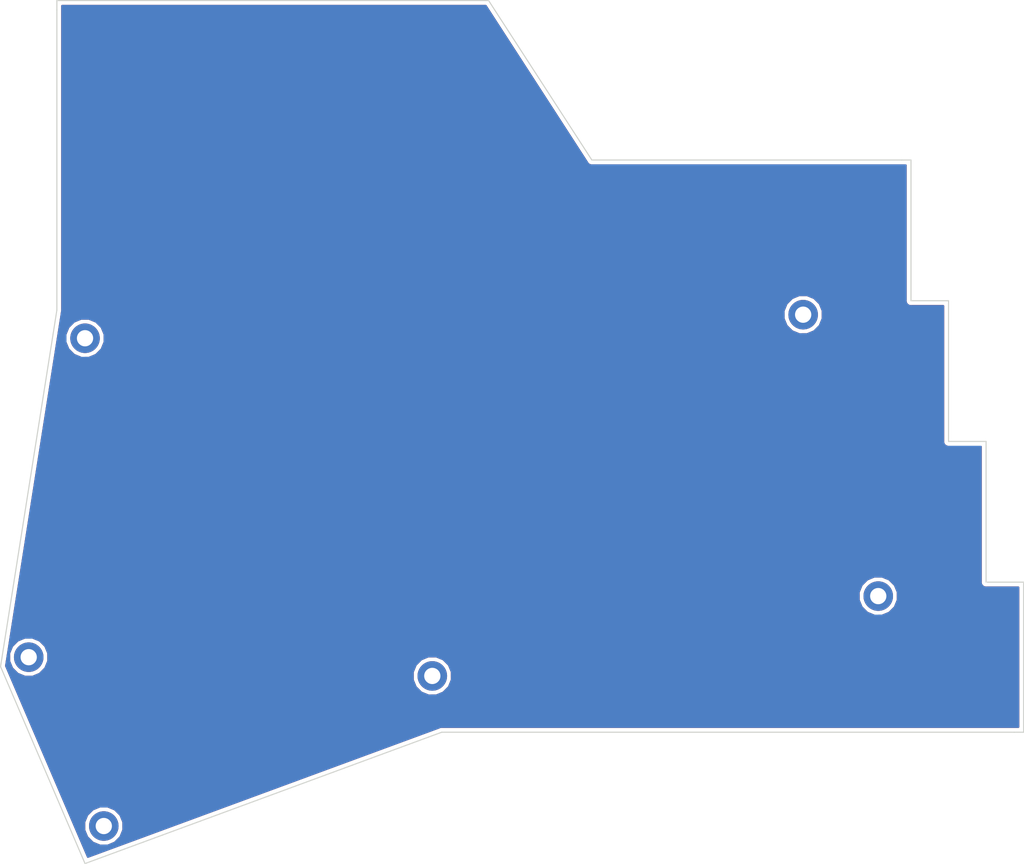
<source format=kicad_pcb>
(kicad_pcb (version 20171130) (host pcbnew "(5.0.2)-1")

  (general
    (thickness 1.6)
    (drawings 20)
    (tracks 0)
    (zones 0)
    (modules 6)
    (nets 1)
  )

  (page A4)
  (layers
    (0 F.Cu signal)
    (31 B.Cu signal)
    (32 B.Adhes user)
    (33 F.Adhes user)
    (34 B.Paste user)
    (35 F.Paste user)
    (36 B.SilkS user)
    (37 F.SilkS user)
    (38 B.Mask user)
    (39 F.Mask user)
    (40 Dwgs.User user)
    (41 Cmts.User user)
    (42 Eco1.User user)
    (43 Eco2.User user)
    (44 Edge.Cuts user)
    (45 Margin user)
    (46 B.CrtYd user)
    (47 F.CrtYd user)
    (48 B.Fab user)
    (49 F.Fab user)
  )

  (setup
    (last_trace_width 0.25)
    (trace_clearance 0.2)
    (zone_clearance 0.508)
    (zone_45_only no)
    (trace_min 0.2)
    (segment_width 0.2)
    (edge_width 0.15)
    (via_size 0.6)
    (via_drill 0.4)
    (via_min_size 0.4)
    (via_min_drill 0.3)
    (uvia_size 0.3)
    (uvia_drill 0.1)
    (uvias_allowed no)
    (uvia_min_size 0.2)
    (uvia_min_drill 0.1)
    (pcb_text_width 0.3)
    (pcb_text_size 1.5 1.5)
    (mod_edge_width 0.15)
    (mod_text_size 1 1)
    (mod_text_width 0.15)
    (pad_size 1.7526 1.7526)
    (pad_drill 1.0922)
    (pad_to_mask_clearance 0.1)
    (solder_mask_min_width 0.25)
    (pad_to_paste_clearance 0.1)
    (aux_axis_origin 212.09 64.77)
    (grid_origin 147.32 134.62)
    (visible_elements 7FFFFFFF)
    (pcbplotparams
      (layerselection 0x010fc_ffffffff)
      (usegerberextensions false)
      (usegerberattributes false)
      (usegerberadvancedattributes false)
      (creategerberjobfile false)
      (excludeedgelayer true)
      (linewidth 0.100000)
      (plotframeref false)
      (viasonmask false)
      (mode 1)
      (useauxorigin false)
      (hpglpennumber 1)
      (hpglpenspeed 20)
      (hpglpendiameter 15.000000)
      (psnegative false)
      (psa4output false)
      (plotreference true)
      (plotvalue true)
      (plotinvisibletext false)
      (padsonsilk false)
      (subtractmaskfromsilk false)
      (outputformat 1)
      (mirror false)
      (drillshape 0)
      (scaleselection 1)
      (outputdirectory "../output/"))
  )

  (net 0 "")

  (net_class Default "これはデフォルトのネット クラスです。"
    (clearance 0.2)
    (trace_width 0.25)
    (via_dia 0.6)
    (via_drill 0.4)
    (uvia_dia 0.3)
    (uvia_drill 0.1)
  )

  (module keyboard_parts:LEGO_HOLE-pr (layer F.Cu) (tedit 5B7FEEB5) (tstamp 5C56789B)
    (at 100.33 88.9)
    (descr "Mounting Hole 2.2mm, no annular, M2")
    (tags "mounting hole 2.2mm no annular m2")
    (attr virtual)
    (fp_text reference "" (at 0 -3.2) (layer F.SilkS)
      (effects (font (size 1 1) (thickness 0.15)))
    )
    (fp_text value "" (at 0 3.2) (layer F.Fab)
      (effects (font (size 1 1) (thickness 0.15)))
    )
    (fp_circle (center 0 0) (end 2.45 0) (layer F.CrtYd) (width 0.05))
    (fp_circle (center 0 0) (end 2.2 0) (layer Cmts.User) (width 0.15))
    (fp_text user %R (at 0.3 0) (layer F.Fab)
      (effects (font (size 1 1) (thickness 0.15)))
    )
    (pad "" thru_hole circle (at 0 0) (size 4 4) (drill 2.2) (layers *.Cu *.Mask))
  )

  (module keyboard_parts:LEGO_HOLE-pr (layer F.Cu) (tedit 5B7FEEB5) (tstamp 5C5678BE)
    (at 197.5 85.71)
    (descr "Mounting Hole 2.2mm, no annular, M2")
    (tags "mounting hole 2.2mm no annular m2")
    (attr virtual)
    (fp_text reference "" (at 0 -3.2) (layer F.SilkS)
      (effects (font (size 1 1) (thickness 0.15)))
    )
    (fp_text value "" (at 0 3.2) (layer F.Fab)
      (effects (font (size 1 1) (thickness 0.15)))
    )
    (fp_circle (center 0 0) (end 2.45 0) (layer F.CrtYd) (width 0.05))
    (fp_circle (center 0 0) (end 2.2 0) (layer Cmts.User) (width 0.15))
    (fp_text user %R (at 0.3 0) (layer F.Fab)
      (effects (font (size 1 1) (thickness 0.15)))
    )
    (pad "" thru_hole circle (at 0 0) (size 4 4) (drill 2.2) (layers *.Cu *.Mask))
  )

  (module keyboard_parts:LEGO_HOLE-pr (layer F.Cu) (tedit 5B7FEEB5) (tstamp 5C422538)
    (at 207.66 123.81)
    (descr "Mounting Hole 2.2mm, no annular, M2")
    (tags "mounting hole 2.2mm no annular m2")
    (attr virtual)
    (fp_text reference "" (at 0 -3.2) (layer F.SilkS)
      (effects (font (size 1 1) (thickness 0.15)))
    )
    (fp_text value "" (at 0 3.2) (layer F.Fab)
      (effects (font (size 1 1) (thickness 0.15)))
    )
    (fp_circle (center 0 0) (end 2.45 0) (layer F.CrtYd) (width 0.05))
    (fp_circle (center 0 0) (end 2.2 0) (layer Cmts.User) (width 0.15))
    (fp_text user %R (at 0.3 0) (layer F.Fab)
      (effects (font (size 1 1) (thickness 0.15)))
    )
    (pad "" thru_hole circle (at 0 0) (size 4 4) (drill 2.2) (layers *.Cu *.Mask))
  )

  (module keyboard_parts:LEGO_HOLE-pr (layer F.Cu) (tedit 5B7FEEB5) (tstamp 5C422565)
    (at 147.32 134.62)
    (descr "Mounting Hole 2.2mm, no annular, M2")
    (tags "mounting hole 2.2mm no annular m2")
    (attr virtual)
    (fp_text reference "" (at 0 -3.2) (layer F.SilkS)
      (effects (font (size 1 1) (thickness 0.15)))
    )
    (fp_text value "" (at 0 3.2) (layer F.Fab)
      (effects (font (size 1 1) (thickness 0.15)))
    )
    (fp_circle (center 0 0) (end 2.45 0) (layer F.CrtYd) (width 0.05))
    (fp_circle (center 0 0) (end 2.2 0) (layer Cmts.User) (width 0.15))
    (fp_text user %R (at 0.3 0) (layer F.Fab)
      (effects (font (size 1 1) (thickness 0.15)))
    )
    (pad "" thru_hole circle (at 0 0) (size 4 4) (drill 2.2) (layers *.Cu *.Mask))
  )

  (module keyboard_parts:LEGO_HOLE-pr (layer F.Cu) (tedit 5B7FEEB5) (tstamp 5C422574)
    (at 92.71 132.08)
    (descr "Mounting Hole 2.2mm, no annular, M2")
    (tags "mounting hole 2.2mm no annular m2")
    (attr virtual)
    (fp_text reference "" (at 0 -3.2) (layer F.SilkS)
      (effects (font (size 1 1) (thickness 0.15)))
    )
    (fp_text value "" (at 0 3.2) (layer F.Fab)
      (effects (font (size 1 1) (thickness 0.15)))
    )
    (fp_circle (center 0 0) (end 2.45 0) (layer F.CrtYd) (width 0.05))
    (fp_circle (center 0 0) (end 2.2 0) (layer Cmts.User) (width 0.15))
    (fp_text user %R (at 0.3 0) (layer F.Fab)
      (effects (font (size 1 1) (thickness 0.15)))
    )
    (pad "" thru_hole circle (at 0 0) (size 4 4) (drill 2.2) (layers *.Cu *.Mask))
  )

  (module keyboard_parts:LEGO_HOLE-pr (layer F.Cu) (tedit 5B7FEEB5) (tstamp 5C422583)
    (at 102.87 154.94)
    (descr "Mounting Hole 2.2mm, no annular, M2")
    (tags "mounting hole 2.2mm no annular m2")
    (attr virtual)
    (fp_text reference "" (at 0 -3.2) (layer F.SilkS)
      (effects (font (size 1 1) (thickness 0.15)))
    )
    (fp_text value "" (at 0 3.2) (layer F.Fab)
      (effects (font (size 1 1) (thickness 0.15)))
    )
    (fp_circle (center 0 0) (end 2.45 0) (layer F.CrtYd) (width 0.05))
    (fp_circle (center 0 0) (end 2.2 0) (layer Cmts.User) (width 0.15))
    (fp_text user %R (at 0.3 0) (layer F.Fab)
      (effects (font (size 1 1) (thickness 0.15)))
    )
    (pad "" thru_hole circle (at 0 0) (size 4 4) (drill 2.2) (layers *.Cu *.Mask))
  )

  (gr_text "©Kaede Asatsuki\nNirvana TypeSS" (at 114.3 151.13 21) (layer F.Mask)
    (effects (font (size 1 1) (thickness 0.15)))
  )
  (gr_text "©Kaede Asatsuki\nNirvana TypeSS" (at 114.3 151.13 21) (layer B.Mask)
    (effects (font (size 1 1) (thickness 0.15)) (justify mirror))
  )
  (gr_line (start 212.09 64.77) (end 210.82 64.77) (layer Edge.Cuts) (width 0.15))
  (gr_line (start 212.09 83.82) (end 212.09 64.77) (layer Edge.Cuts) (width 0.15))
  (gr_line (start 217.17 83.82) (end 212.09 83.82) (layer Edge.Cuts) (width 0.15))
  (gr_line (start 217.17 102.87) (end 217.17 83.82) (layer Edge.Cuts) (width 0.15))
  (gr_line (start 222.25 102.87) (end 217.17 102.87) (layer Edge.Cuts) (width 0.15))
  (gr_line (start 222.25 121.92) (end 222.25 102.87) (layer Edge.Cuts) (width 0.15))
  (gr_line (start 227.33 121.92) (end 222.25 121.92) (layer Edge.Cuts) (width 0.15))
  (gr_line (start 227.33 142.24) (end 227.33 121.92) (layer Edge.Cuts) (width 0.15))
  (gr_line (start 226.06 142.24) (end 227.33 142.24) (layer Edge.Cuts) (width 0.15))
  (gr_line (start 154.94 43.18) (end 168.91 64.77) (layer Edge.Cuts) (width 0.15))
  (gr_line (start 96.52 43.18) (end 154.94 43.18) (layer Edge.Cuts) (width 0.15))
  (gr_line (start 96.52 44.45) (end 96.52 43.18) (layer Edge.Cuts) (width 0.15))
  (gr_line (start 210.82 64.77) (end 168.91 64.77) (layer Edge.Cuts) (width 0.15))
  (gr_line (start 148.59 142.24) (end 100.33 160.02) (layer Edge.Cuts) (width 0.15))
  (gr_line (start 226.06 142.24) (end 148.59 142.24) (layer Edge.Cuts) (width 0.15))
  (gr_line (start 100.33 160.02) (end 88.9 133.35) (layer Edge.Cuts) (width 0.15))
  (gr_line (start 96.52 85.09) (end 96.52 44.45) (layer Edge.Cuts) (width 0.15))
  (gr_line (start 88.9 133.35) (end 96.52 85.09) (layer Edge.Cuts) (width 0.15))

  (zone (net 0) (net_name "") (layer F.Cu) (tstamp 5C2CFE2D) (hatch edge 0.508)
    (connect_pads (clearance 0.508))
    (min_thickness 0.254)
    (fill yes (arc_segments 16) (thermal_gap 0.508) (thermal_bridge_width 0.508))
    (polygon
      (pts
        (xy 212.09 64.77) (xy 168.91 64.77) (xy 154.94 43.18) (xy 96.52 43.18) (xy 96.52 85.09)
        (xy 88.9 133.35) (xy 100.33 160.02) (xy 148.59 142.24) (xy 227.33 142.24) (xy 227.33 121.92)
        (xy 222.25 121.92) (xy 222.25 102.87) (xy 217.17 102.87) (xy 217.17 83.82) (xy 212.09 83.82)
      )
    )
    (filled_polygon
      (pts
        (xy 168.240135 65.041701) (xy 168.241195 65.047028) (xy 168.316714 65.16005) (xy 168.351892 65.214416) (xy 168.355574 65.218209)
        (xy 168.398119 65.281881) (xy 168.453004 65.318554) (xy 168.498987 65.365913) (xy 168.569296 65.396258) (xy 168.632972 65.438805)
        (xy 168.697717 65.451684) (xy 168.758319 65.477839) (xy 168.834887 65.478968) (xy 168.840074 65.48) (xy 168.904855 65.48)
        (xy 169.040744 65.482004) (xy 169.045791 65.48) (xy 211.380001 65.48) (xy 211.38 83.750074) (xy 211.366091 83.82)
        (xy 211.421195 84.097028) (xy 211.578119 84.331881) (xy 211.788697 84.472585) (xy 211.812972 84.488805) (xy 212.09 84.543909)
        (xy 212.159925 84.53) (xy 216.460001 84.53) (xy 216.46 102.800074) (xy 216.446091 102.87) (xy 216.501195 103.147028)
        (xy 216.658119 103.381881) (xy 216.892972 103.538805) (xy 217.17 103.593909) (xy 217.239925 103.58) (xy 221.540001 103.58)
        (xy 221.54 121.850074) (xy 221.526091 121.92) (xy 221.581195 122.197028) (xy 221.738119 122.431881) (xy 221.972972 122.588805)
        (xy 222.25 122.643909) (xy 222.319925 122.63) (xy 226.620001 122.63) (xy 226.62 141.53) (xy 148.674186 141.53)
        (xy 148.618737 141.516662) (xy 148.534284 141.53) (xy 148.520074 141.53) (xy 148.465305 141.540894) (xy 148.410163 141.549603)
        (xy 148.396833 141.554514) (xy 148.312972 141.571195) (xy 148.26555 141.602882) (xy 100.717062 159.120746) (xy 98.709748 154.437012)
        (xy 100.230881 154.437012) (xy 100.235 154.950655) (xy 100.235 155.464134) (xy 100.239199 155.474271) (xy 100.239287 155.485247)
        (xy 100.624257 156.414647) (xy 100.630175 156.418171) (xy 100.636155 156.432608) (xy 101.377392 157.173845) (xy 101.391829 157.179825)
        (xy 101.395353 157.185743) (xy 101.871483 157.378504) (xy 102.345866 157.575) (xy 102.356838 157.575) (xy 102.367012 157.579119)
        (xy 102.880655 157.575) (xy 103.394134 157.575) (xy 103.404271 157.570801) (xy 103.415247 157.570713) (xy 104.344647 157.185743)
        (xy 104.348171 157.179825) (xy 104.362608 157.173845) (xy 105.103845 156.432608) (xy 105.109825 156.418171) (xy 105.115743 156.414647)
        (xy 105.308504 155.938517) (xy 105.505 155.464134) (xy 105.505 155.453162) (xy 105.509119 155.442988) (xy 105.505 154.929345)
        (xy 105.505 154.415866) (xy 105.500801 154.405729) (xy 105.500713 154.394753) (xy 105.115743 153.465353) (xy 105.109825 153.461829)
        (xy 105.103845 153.447392) (xy 104.362608 152.706155) (xy 104.348171 152.700175) (xy 104.344647 152.694257) (xy 103.868517 152.501496)
        (xy 103.394134 152.305) (xy 103.383162 152.305) (xy 103.372988 152.300881) (xy 102.859345 152.305) (xy 102.345866 152.305)
        (xy 102.335729 152.309199) (xy 102.324753 152.309287) (xy 101.395353 152.694257) (xy 101.391829 152.700175) (xy 101.377392 152.706155)
        (xy 100.636155 153.447392) (xy 100.630175 153.461829) (xy 100.624257 153.465353) (xy 100.431496 153.941483) (xy 100.235 154.415866)
        (xy 100.235 154.426838) (xy 100.230881 154.437012) (xy 98.709748 154.437012) (xy 89.633242 133.258501) (xy 89.89874 131.577012)
        (xy 90.070881 131.577012) (xy 90.075 132.090655) (xy 90.075 132.604134) (xy 90.079199 132.614271) (xy 90.079287 132.625247)
        (xy 90.464257 133.554647) (xy 90.470175 133.558171) (xy 90.476155 133.572608) (xy 91.217392 134.313845) (xy 91.231829 134.319825)
        (xy 91.235353 134.325743) (xy 91.711483 134.518504) (xy 92.185866 134.715) (xy 92.196838 134.715) (xy 92.207012 134.719119)
        (xy 92.720655 134.715) (xy 93.234134 134.715) (xy 93.244271 134.710801) (xy 93.255247 134.710713) (xy 94.184647 134.325743)
        (xy 94.188171 134.319825) (xy 94.202608 134.313845) (xy 94.399441 134.117012) (xy 144.680881 134.117012) (xy 144.685 134.630655)
        (xy 144.685 135.144134) (xy 144.689199 135.154271) (xy 144.689287 135.165247) (xy 145.074257 136.094647) (xy 145.080175 136.098171)
        (xy 145.086155 136.112608) (xy 145.827392 136.853845) (xy 145.841829 136.859825) (xy 145.845353 136.865743) (xy 146.321483 137.058504)
        (xy 146.795866 137.255) (xy 146.806838 137.255) (xy 146.817012 137.259119) (xy 147.330655 137.255) (xy 147.844134 137.255)
        (xy 147.854271 137.250801) (xy 147.865247 137.250713) (xy 148.794647 136.865743) (xy 148.798171 136.859825) (xy 148.812608 136.853845)
        (xy 149.553845 136.112608) (xy 149.559825 136.098171) (xy 149.565743 136.094647) (xy 149.758504 135.618517) (xy 149.955 135.144134)
        (xy 149.955 135.133162) (xy 149.959119 135.122988) (xy 149.955 134.609345) (xy 149.955 134.095866) (xy 149.950801 134.085729)
        (xy 149.950713 134.074753) (xy 149.565743 133.145353) (xy 149.559825 133.141829) (xy 149.553845 133.127392) (xy 148.812608 132.386155)
        (xy 148.798171 132.380175) (xy 148.794647 132.374257) (xy 148.318517 132.181496) (xy 147.844134 131.985) (xy 147.833162 131.985)
        (xy 147.822988 131.980881) (xy 147.309345 131.985) (xy 146.795866 131.985) (xy 146.785729 131.989199) (xy 146.774753 131.989287)
        (xy 145.845353 132.374257) (xy 145.841829 132.380175) (xy 145.827392 132.386155) (xy 145.086155 133.127392) (xy 145.080175 133.141829)
        (xy 145.074257 133.145353) (xy 144.881496 133.621483) (xy 144.685 134.095866) (xy 144.685 134.106838) (xy 144.680881 134.117012)
        (xy 94.399441 134.117012) (xy 94.943845 133.572608) (xy 94.949825 133.558171) (xy 94.955743 133.554647) (xy 95.148504 133.078517)
        (xy 95.345 132.604134) (xy 95.345 132.593162) (xy 95.349119 132.582988) (xy 95.345 132.069345) (xy 95.345 131.555866)
        (xy 95.340801 131.545729) (xy 95.340713 131.534753) (xy 94.955743 130.605353) (xy 94.949825 130.601829) (xy 94.943845 130.587392)
        (xy 94.202608 129.846155) (xy 94.188171 129.840175) (xy 94.184647 129.834257) (xy 93.708517 129.641496) (xy 93.234134 129.445)
        (xy 93.223162 129.445) (xy 93.212988 129.440881) (xy 92.699345 129.445) (xy 92.185866 129.445) (xy 92.175729 129.449199)
        (xy 92.164753 129.449287) (xy 91.235353 129.834257) (xy 91.231829 129.840175) (xy 91.217392 129.846155) (xy 90.476155 130.587392)
        (xy 90.470175 130.601829) (xy 90.464257 130.605353) (xy 90.271496 131.081483) (xy 90.075 131.555866) (xy 90.075 131.566838)
        (xy 90.070881 131.577012) (xy 89.89874 131.577012) (xy 91.204529 123.307012) (xy 205.020881 123.307012) (xy 205.025 123.820655)
        (xy 205.025 124.334134) (xy 205.029199 124.344271) (xy 205.029287 124.355247) (xy 205.414257 125.284647) (xy 205.420175 125.288171)
        (xy 205.426155 125.302608) (xy 206.167392 126.043845) (xy 206.181829 126.049825) (xy 206.185353 126.055743) (xy 206.661483 126.248504)
        (xy 207.135866 126.445) (xy 207.146838 126.445) (xy 207.157012 126.449119) (xy 207.670655 126.445) (xy 208.184134 126.445)
        (xy 208.194271 126.440801) (xy 208.205247 126.440713) (xy 209.134647 126.055743) (xy 209.138171 126.049825) (xy 209.152608 126.043845)
        (xy 209.893845 125.302608) (xy 209.899825 125.288171) (xy 209.905743 125.284647) (xy 210.098504 124.808517) (xy 210.295 124.334134)
        (xy 210.295 124.323162) (xy 210.299119 124.312988) (xy 210.295 123.799345) (xy 210.295 123.285866) (xy 210.290801 123.275729)
        (xy 210.290713 123.264753) (xy 209.905743 122.335353) (xy 209.899825 122.331829) (xy 209.893845 122.317392) (xy 209.152608 121.576155)
        (xy 209.138171 121.570175) (xy 209.134647 121.564257) (xy 208.658517 121.371496) (xy 208.184134 121.175) (xy 208.173162 121.175)
        (xy 208.162988 121.170881) (xy 207.649345 121.175) (xy 207.135866 121.175) (xy 207.125729 121.179199) (xy 207.114753 121.179287)
        (xy 206.185353 121.564257) (xy 206.181829 121.570175) (xy 206.167392 121.576155) (xy 205.426155 122.317392) (xy 205.420175 122.331829)
        (xy 205.414257 122.335353) (xy 205.221496 122.811483) (xy 205.025 123.285866) (xy 205.025 123.296838) (xy 205.020881 123.307012)
        (xy 91.204529 123.307012) (xy 96.716635 88.397012) (xy 97.690881 88.397012) (xy 97.695 88.910655) (xy 97.695 89.424134)
        (xy 97.699199 89.434271) (xy 97.699287 89.445247) (xy 98.084257 90.374647) (xy 98.090175 90.378171) (xy 98.096155 90.392608)
        (xy 98.837392 91.133845) (xy 98.851829 91.139825) (xy 98.855353 91.145743) (xy 99.331483 91.338504) (xy 99.805866 91.535)
        (xy 99.816838 91.535) (xy 99.827012 91.539119) (xy 100.340655 91.535) (xy 100.854134 91.535) (xy 100.864271 91.530801)
        (xy 100.875247 91.530713) (xy 101.804647 91.145743) (xy 101.808171 91.139825) (xy 101.822608 91.133845) (xy 102.563845 90.392608)
        (xy 102.569825 90.378171) (xy 102.575743 90.374647) (xy 102.768504 89.898517) (xy 102.965 89.424134) (xy 102.965 89.413162)
        (xy 102.969119 89.402988) (xy 102.965 88.889345) (xy 102.965 88.375866) (xy 102.960801 88.365729) (xy 102.960713 88.354753)
        (xy 102.575743 87.425353) (xy 102.569825 87.421829) (xy 102.563845 87.407392) (xy 101.822608 86.666155) (xy 101.808171 86.660175)
        (xy 101.804647 86.654257) (xy 101.328517 86.461496) (xy 100.854134 86.265) (xy 100.843162 86.265) (xy 100.832988 86.260881)
        (xy 100.319345 86.265) (xy 99.805866 86.265) (xy 99.795729 86.269199) (xy 99.784753 86.269287) (xy 98.855353 86.654257)
        (xy 98.851829 86.660175) (xy 98.837392 86.666155) (xy 98.096155 87.407392) (xy 98.090175 87.421829) (xy 98.084257 87.425353)
        (xy 97.891496 87.901483) (xy 97.695 88.375866) (xy 97.695 88.386838) (xy 97.690881 88.397012) (xy 96.716635 88.397012)
        (xy 97.21911 85.214674) (xy 97.220634 85.207012) (xy 194.860881 85.207012) (xy 194.865 85.720655) (xy 194.865 86.234134)
        (xy 194.869199 86.244271) (xy 194.869287 86.255247) (xy 195.254257 87.184647) (xy 195.260175 87.188171) (xy 195.266155 87.202608)
        (xy 196.007392 87.943845) (xy 196.021829 87.949825) (xy 196.025353 87.955743) (xy 196.501483 88.148504) (xy 196.975866 88.345)
        (xy 196.986838 88.345) (xy 196.997012 88.349119) (xy 197.510655 88.345) (xy 198.024134 88.345) (xy 198.034271 88.340801)
        (xy 198.045247 88.340713) (xy 198.974647 87.955743) (xy 198.978171 87.949825) (xy 198.992608 87.943845) (xy 199.733845 87.202608)
        (xy 199.739825 87.188171) (xy 199.745743 87.184647) (xy 199.938504 86.708517) (xy 200.135 86.234134) (xy 200.135 86.223162)
        (xy 200.139119 86.212988) (xy 200.135 85.699345) (xy 200.135 85.185866) (xy 200.130801 85.175729) (xy 200.130713 85.164753)
        (xy 199.745743 84.235353) (xy 199.739825 84.231829) (xy 199.733845 84.217392) (xy 198.992608 83.476155) (xy 198.978171 83.470175)
        (xy 198.974647 83.464257) (xy 198.498517 83.271496) (xy 198.024134 83.075) (xy 198.013162 83.075) (xy 198.002988 83.070881)
        (xy 197.489345 83.075) (xy 196.975866 83.075) (xy 196.965729 83.079199) (xy 196.954753 83.079287) (xy 196.025353 83.464257)
        (xy 196.021829 83.470175) (xy 196.007392 83.476155) (xy 195.266155 84.217392) (xy 195.260175 84.231829) (xy 195.254257 84.235353)
        (xy 195.061496 84.711483) (xy 194.865 85.185866) (xy 194.865 85.196838) (xy 194.860881 85.207012) (xy 97.220634 85.207012)
        (xy 97.23 85.159926) (xy 97.23 85.145704) (xy 97.232217 85.131663) (xy 97.23 85.075916) (xy 97.23 43.89)
        (xy 154.553742 43.89)
      )
    )
  )
  (zone (net 0) (net_name "") (layer B.Cu) (tstamp 5C2CFE2A) (hatch edge 0.508)
    (connect_pads (clearance 0.508))
    (min_thickness 0.254)
    (fill yes (arc_segments 16) (thermal_gap 0.508) (thermal_bridge_width 0.508))
    (polygon
      (pts
        (xy 212.09 64.77) (xy 168.91 64.77) (xy 154.94 43.18) (xy 96.52 43.18) (xy 96.52 85.09)
        (xy 88.9 133.35) (xy 100.33 160.02) (xy 148.59 142.24) (xy 227.33 142.24) (xy 227.33 121.92)
        (xy 222.25 121.92) (xy 222.25 102.87) (xy 217.17 102.87) (xy 217.17 83.82) (xy 212.09 83.82)
      )
    )
    (filled_polygon
      (pts
        (xy 168.240135 65.041701) (xy 168.241195 65.047028) (xy 168.316714 65.16005) (xy 168.351892 65.214416) (xy 168.355574 65.218209)
        (xy 168.398119 65.281881) (xy 168.453004 65.318554) (xy 168.498987 65.365913) (xy 168.569296 65.396258) (xy 168.632972 65.438805)
        (xy 168.697717 65.451684) (xy 168.758319 65.477839) (xy 168.834887 65.478968) (xy 168.840074 65.48) (xy 168.904855 65.48)
        (xy 169.040744 65.482004) (xy 169.045791 65.48) (xy 211.380001 65.48) (xy 211.38 83.750074) (xy 211.366091 83.82)
        (xy 211.421195 84.097028) (xy 211.578119 84.331881) (xy 211.788697 84.472585) (xy 211.812972 84.488805) (xy 212.09 84.543909)
        (xy 212.159925 84.53) (xy 216.460001 84.53) (xy 216.46 102.800074) (xy 216.446091 102.87) (xy 216.501195 103.147028)
        (xy 216.658119 103.381881) (xy 216.892972 103.538805) (xy 217.17 103.593909) (xy 217.239925 103.58) (xy 221.540001 103.58)
        (xy 221.54 121.850074) (xy 221.526091 121.92) (xy 221.581195 122.197028) (xy 221.738119 122.431881) (xy 221.972972 122.588805)
        (xy 222.25 122.643909) (xy 222.319925 122.63) (xy 226.620001 122.63) (xy 226.62 141.53) (xy 148.674186 141.53)
        (xy 148.618737 141.516662) (xy 148.534284 141.53) (xy 148.520074 141.53) (xy 148.465305 141.540894) (xy 148.410163 141.549603)
        (xy 148.396833 141.554514) (xy 148.312972 141.571195) (xy 148.26555 141.602882) (xy 100.717062 159.120746) (xy 98.709748 154.437012)
        (xy 100.230881 154.437012) (xy 100.235 154.950655) (xy 100.235 155.464134) (xy 100.239199 155.474271) (xy 100.239287 155.485247)
        (xy 100.624257 156.414647) (xy 100.630175 156.418171) (xy 100.636155 156.432608) (xy 101.377392 157.173845) (xy 101.391829 157.179825)
        (xy 101.395353 157.185743) (xy 101.871483 157.378504) (xy 102.345866 157.575) (xy 102.356838 157.575) (xy 102.367012 157.579119)
        (xy 102.880655 157.575) (xy 103.394134 157.575) (xy 103.404271 157.570801) (xy 103.415247 157.570713) (xy 104.344647 157.185743)
        (xy 104.348171 157.179825) (xy 104.362608 157.173845) (xy 105.103845 156.432608) (xy 105.109825 156.418171) (xy 105.115743 156.414647)
        (xy 105.308504 155.938517) (xy 105.505 155.464134) (xy 105.505 155.453162) (xy 105.509119 155.442988) (xy 105.505 154.929345)
        (xy 105.505 154.415866) (xy 105.500801 154.405729) (xy 105.500713 154.394753) (xy 105.115743 153.465353) (xy 105.109825 153.461829)
        (xy 105.103845 153.447392) (xy 104.362608 152.706155) (xy 104.348171 152.700175) (xy 104.344647 152.694257) (xy 103.868517 152.501496)
        (xy 103.394134 152.305) (xy 103.383162 152.305) (xy 103.372988 152.300881) (xy 102.859345 152.305) (xy 102.345866 152.305)
        (xy 102.335729 152.309199) (xy 102.324753 152.309287) (xy 101.395353 152.694257) (xy 101.391829 152.700175) (xy 101.377392 152.706155)
        (xy 100.636155 153.447392) (xy 100.630175 153.461829) (xy 100.624257 153.465353) (xy 100.431496 153.941483) (xy 100.235 154.415866)
        (xy 100.235 154.426838) (xy 100.230881 154.437012) (xy 98.709748 154.437012) (xy 89.633242 133.258501) (xy 89.89874 131.577012)
        (xy 90.070881 131.577012) (xy 90.075 132.090655) (xy 90.075 132.604134) (xy 90.079199 132.614271) (xy 90.079287 132.625247)
        (xy 90.464257 133.554647) (xy 90.470175 133.558171) (xy 90.476155 133.572608) (xy 91.217392 134.313845) (xy 91.231829 134.319825)
        (xy 91.235353 134.325743) (xy 91.711483 134.518504) (xy 92.185866 134.715) (xy 92.196838 134.715) (xy 92.207012 134.719119)
        (xy 92.720655 134.715) (xy 93.234134 134.715) (xy 93.244271 134.710801) (xy 93.255247 134.710713) (xy 94.184647 134.325743)
        (xy 94.188171 134.319825) (xy 94.202608 134.313845) (xy 94.399441 134.117012) (xy 144.680881 134.117012) (xy 144.685 134.630655)
        (xy 144.685 135.144134) (xy 144.689199 135.154271) (xy 144.689287 135.165247) (xy 145.074257 136.094647) (xy 145.080175 136.098171)
        (xy 145.086155 136.112608) (xy 145.827392 136.853845) (xy 145.841829 136.859825) (xy 145.845353 136.865743) (xy 146.321483 137.058504)
        (xy 146.795866 137.255) (xy 146.806838 137.255) (xy 146.817012 137.259119) (xy 147.330655 137.255) (xy 147.844134 137.255)
        (xy 147.854271 137.250801) (xy 147.865247 137.250713) (xy 148.794647 136.865743) (xy 148.798171 136.859825) (xy 148.812608 136.853845)
        (xy 149.553845 136.112608) (xy 149.559825 136.098171) (xy 149.565743 136.094647) (xy 149.758504 135.618517) (xy 149.955 135.144134)
        (xy 149.955 135.133162) (xy 149.959119 135.122988) (xy 149.955 134.609345) (xy 149.955 134.095866) (xy 149.950801 134.085729)
        (xy 149.950713 134.074753) (xy 149.565743 133.145353) (xy 149.559825 133.141829) (xy 149.553845 133.127392) (xy 148.812608 132.386155)
        (xy 148.798171 132.380175) (xy 148.794647 132.374257) (xy 148.318517 132.181496) (xy 147.844134 131.985) (xy 147.833162 131.985)
        (xy 147.822988 131.980881) (xy 147.309345 131.985) (xy 146.795866 131.985) (xy 146.785729 131.989199) (xy 146.774753 131.989287)
        (xy 145.845353 132.374257) (xy 145.841829 132.380175) (xy 145.827392 132.386155) (xy 145.086155 133.127392) (xy 145.080175 133.141829)
        (xy 145.074257 133.145353) (xy 144.881496 133.621483) (xy 144.685 134.095866) (xy 144.685 134.106838) (xy 144.680881 134.117012)
        (xy 94.399441 134.117012) (xy 94.943845 133.572608) (xy 94.949825 133.558171) (xy 94.955743 133.554647) (xy 95.148504 133.078517)
        (xy 95.345 132.604134) (xy 95.345 132.593162) (xy 95.349119 132.582988) (xy 95.345 132.069345) (xy 95.345 131.555866)
        (xy 95.340801 131.545729) (xy 95.340713 131.534753) (xy 94.955743 130.605353) (xy 94.949825 130.601829) (xy 94.943845 130.587392)
        (xy 94.202608 129.846155) (xy 94.188171 129.840175) (xy 94.184647 129.834257) (xy 93.708517 129.641496) (xy 93.234134 129.445)
        (xy 93.223162 129.445) (xy 93.212988 129.440881) (xy 92.699345 129.445) (xy 92.185866 129.445) (xy 92.175729 129.449199)
        (xy 92.164753 129.449287) (xy 91.235353 129.834257) (xy 91.231829 129.840175) (xy 91.217392 129.846155) (xy 90.476155 130.587392)
        (xy 90.470175 130.601829) (xy 90.464257 130.605353) (xy 90.271496 131.081483) (xy 90.075 131.555866) (xy 90.075 131.566838)
        (xy 90.070881 131.577012) (xy 89.89874 131.577012) (xy 91.204529 123.307012) (xy 205.020881 123.307012) (xy 205.025 123.820655)
        (xy 205.025 124.334134) (xy 205.029199 124.344271) (xy 205.029287 124.355247) (xy 205.414257 125.284647) (xy 205.420175 125.288171)
        (xy 205.426155 125.302608) (xy 206.167392 126.043845) (xy 206.181829 126.049825) (xy 206.185353 126.055743) (xy 206.661483 126.248504)
        (xy 207.135866 126.445) (xy 207.146838 126.445) (xy 207.157012 126.449119) (xy 207.670655 126.445) (xy 208.184134 126.445)
        (xy 208.194271 126.440801) (xy 208.205247 126.440713) (xy 209.134647 126.055743) (xy 209.138171 126.049825) (xy 209.152608 126.043845)
        (xy 209.893845 125.302608) (xy 209.899825 125.288171) (xy 209.905743 125.284647) (xy 210.098504 124.808517) (xy 210.295 124.334134)
        (xy 210.295 124.323162) (xy 210.299119 124.312988) (xy 210.295 123.799345) (xy 210.295 123.285866) (xy 210.290801 123.275729)
        (xy 210.290713 123.264753) (xy 209.905743 122.335353) (xy 209.899825 122.331829) (xy 209.893845 122.317392) (xy 209.152608 121.576155)
        (xy 209.138171 121.570175) (xy 209.134647 121.564257) (xy 208.658517 121.371496) (xy 208.184134 121.175) (xy 208.173162 121.175)
        (xy 208.162988 121.170881) (xy 207.649345 121.175) (xy 207.135866 121.175) (xy 207.125729 121.179199) (xy 207.114753 121.179287)
        (xy 206.185353 121.564257) (xy 206.181829 121.570175) (xy 206.167392 121.576155) (xy 205.426155 122.317392) (xy 205.420175 122.331829)
        (xy 205.414257 122.335353) (xy 205.221496 122.811483) (xy 205.025 123.285866) (xy 205.025 123.296838) (xy 205.020881 123.307012)
        (xy 91.204529 123.307012) (xy 96.716635 88.397012) (xy 97.690881 88.397012) (xy 97.695 88.910655) (xy 97.695 89.424134)
        (xy 97.699199 89.434271) (xy 97.699287 89.445247) (xy 98.084257 90.374647) (xy 98.090175 90.378171) (xy 98.096155 90.392608)
        (xy 98.837392 91.133845) (xy 98.851829 91.139825) (xy 98.855353 91.145743) (xy 99.331483 91.338504) (xy 99.805866 91.535)
        (xy 99.816838 91.535) (xy 99.827012 91.539119) (xy 100.340655 91.535) (xy 100.854134 91.535) (xy 100.864271 91.530801)
        (xy 100.875247 91.530713) (xy 101.804647 91.145743) (xy 101.808171 91.139825) (xy 101.822608 91.133845) (xy 102.563845 90.392608)
        (xy 102.569825 90.378171) (xy 102.575743 90.374647) (xy 102.768504 89.898517) (xy 102.965 89.424134) (xy 102.965 89.413162)
        (xy 102.969119 89.402988) (xy 102.965 88.889345) (xy 102.965 88.375866) (xy 102.960801 88.365729) (xy 102.960713 88.354753)
        (xy 102.575743 87.425353) (xy 102.569825 87.421829) (xy 102.563845 87.407392) (xy 101.822608 86.666155) (xy 101.808171 86.660175)
        (xy 101.804647 86.654257) (xy 101.328517 86.461496) (xy 100.854134 86.265) (xy 100.843162 86.265) (xy 100.832988 86.260881)
        (xy 100.319345 86.265) (xy 99.805866 86.265) (xy 99.795729 86.269199) (xy 99.784753 86.269287) (xy 98.855353 86.654257)
        (xy 98.851829 86.660175) (xy 98.837392 86.666155) (xy 98.096155 87.407392) (xy 98.090175 87.421829) (xy 98.084257 87.425353)
        (xy 97.891496 87.901483) (xy 97.695 88.375866) (xy 97.695 88.386838) (xy 97.690881 88.397012) (xy 96.716635 88.397012)
        (xy 97.21911 85.214674) (xy 97.220634 85.207012) (xy 194.860881 85.207012) (xy 194.865 85.720655) (xy 194.865 86.234134)
        (xy 194.869199 86.244271) (xy 194.869287 86.255247) (xy 195.254257 87.184647) (xy 195.260175 87.188171) (xy 195.266155 87.202608)
        (xy 196.007392 87.943845) (xy 196.021829 87.949825) (xy 196.025353 87.955743) (xy 196.501483 88.148504) (xy 196.975866 88.345)
        (xy 196.986838 88.345) (xy 196.997012 88.349119) (xy 197.510655 88.345) (xy 198.024134 88.345) (xy 198.034271 88.340801)
        (xy 198.045247 88.340713) (xy 198.974647 87.955743) (xy 198.978171 87.949825) (xy 198.992608 87.943845) (xy 199.733845 87.202608)
        (xy 199.739825 87.188171) (xy 199.745743 87.184647) (xy 199.938504 86.708517) (xy 200.135 86.234134) (xy 200.135 86.223162)
        (xy 200.139119 86.212988) (xy 200.135 85.699345) (xy 200.135 85.185866) (xy 200.130801 85.175729) (xy 200.130713 85.164753)
        (xy 199.745743 84.235353) (xy 199.739825 84.231829) (xy 199.733845 84.217392) (xy 198.992608 83.476155) (xy 198.978171 83.470175)
        (xy 198.974647 83.464257) (xy 198.498517 83.271496) (xy 198.024134 83.075) (xy 198.013162 83.075) (xy 198.002988 83.070881)
        (xy 197.489345 83.075) (xy 196.975866 83.075) (xy 196.965729 83.079199) (xy 196.954753 83.079287) (xy 196.025353 83.464257)
        (xy 196.021829 83.470175) (xy 196.007392 83.476155) (xy 195.266155 84.217392) (xy 195.260175 84.231829) (xy 195.254257 84.235353)
        (xy 195.061496 84.711483) (xy 194.865 85.185866) (xy 194.865 85.196838) (xy 194.860881 85.207012) (xy 97.220634 85.207012)
        (xy 97.23 85.159926) (xy 97.23 85.145704) (xy 97.232217 85.131663) (xy 97.23 85.075916) (xy 97.23 43.89)
        (xy 154.553742 43.89)
      )
    )
  )
)

</source>
